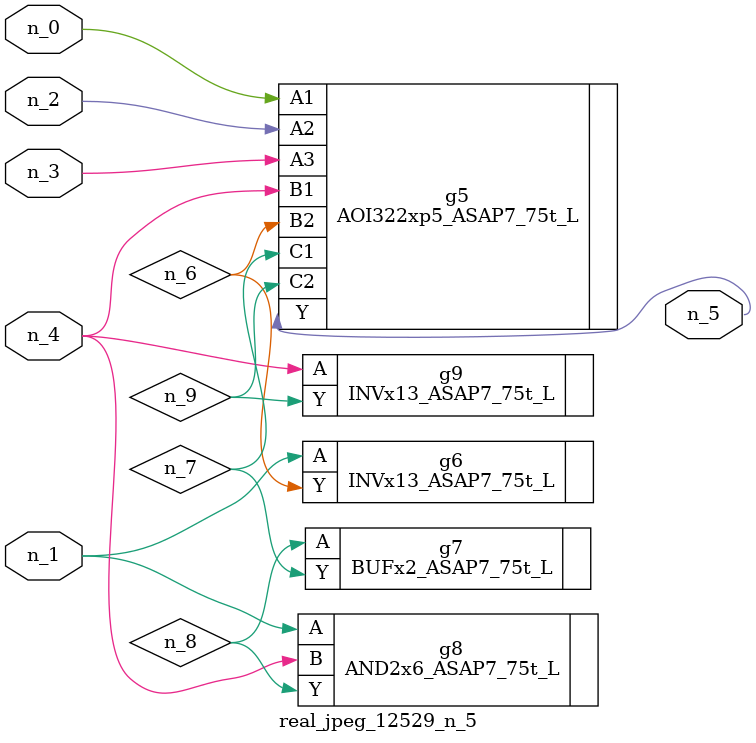
<source format=v>
module real_jpeg_12529_n_5 (n_4, n_0, n_1, n_2, n_3, n_5);

input n_4;
input n_0;
input n_1;
input n_2;
input n_3;

output n_5;

wire n_8;
wire n_6;
wire n_7;
wire n_9;

AOI322xp5_ASAP7_75t_L g5 ( 
.A1(n_0),
.A2(n_2),
.A3(n_3),
.B1(n_4),
.B2(n_6),
.C1(n_7),
.C2(n_9),
.Y(n_5)
);

INVx13_ASAP7_75t_L g6 ( 
.A(n_1),
.Y(n_6)
);

AND2x6_ASAP7_75t_L g8 ( 
.A(n_1),
.B(n_4),
.Y(n_8)
);

INVx13_ASAP7_75t_L g9 ( 
.A(n_4),
.Y(n_9)
);

BUFx2_ASAP7_75t_L g7 ( 
.A(n_8),
.Y(n_7)
);


endmodule
</source>
